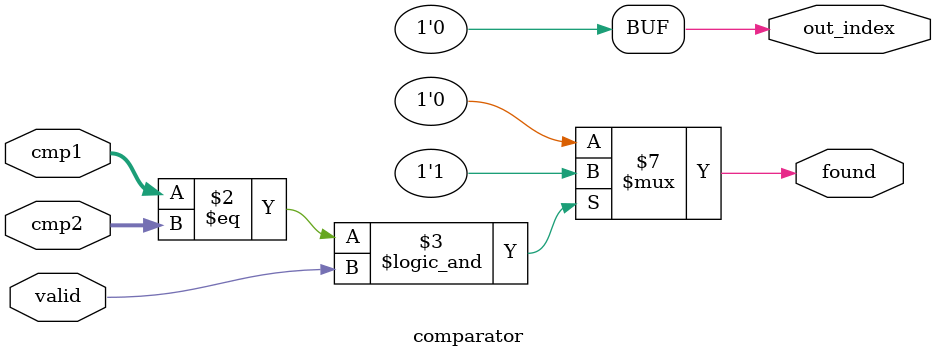
<source format=v>
module comparator(input wire [SIZE-1:0] cmp1,
		  input wire [SIZE-1:0]        cmp2,
		  input 		       valid,
		  output reg		       found,
		  output reg [INDEX_SIZE-1:0] out_index);
   parameter SIZE = 32;
   parameter INDEX = 0;
   parameter INDEX_SIZE = 1;
   
   always @ (*) begin
      if (cmp1 == cmp2 && valid) begin
	 found = 1;
	 out_index = INDEX;
	 $display("TLB comparator found valid page with index = %x", INDEX);
      end else begin
	 found = 0;
	 out_index = 0;
      end
   end
endmodule

</source>
